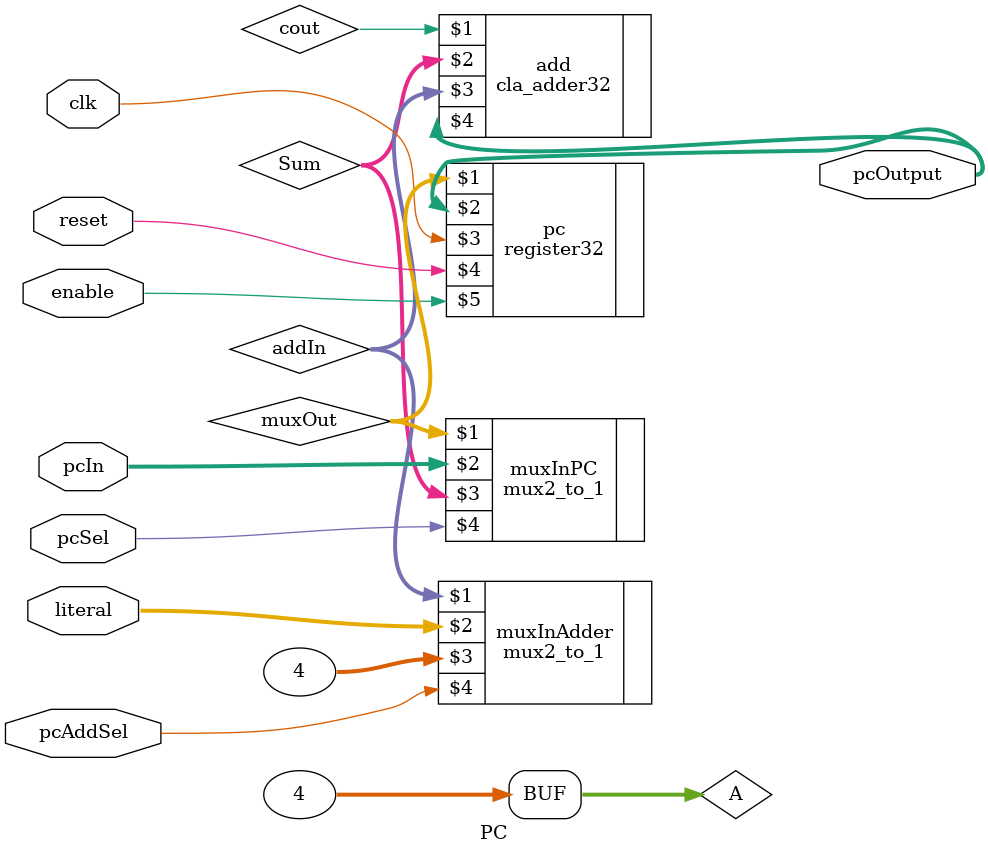
<source format=v>
module PC(pcOutput, pcIn, pcSel, literal, pcAddSel, clk, reset, enable);

parameter WIDTH = 32;

	
	output reg [WIDTH-1:0] pcOutput;
	input clk, reset, enable;
	input [WIDTH-1:0] pcIn;   //Outside input to store in PC
	input pcSel;		 //Selects either into adder value into pc or outside value
	input [WIDTH-1:0] literal; //Sign extended literal to store in pc
	input pcAddSel;			//Chooses to add 4 to PC value or SEXT
	wire cout;
	wire [WIDTH-1:0] A;
	
	wire [WIDTH-1:0] muxOut; //Output from MUX into pc
	wire [WIDTH-1:0] addIn;  //Input to the adder
	
	reg [WIDTH-1:0] Sum;
	

assign A = 32'h4;


mux2_to_1 muxInPC(muxOut, pcIn, Sum, pcSel);  //Choose to load PC externally or Internally

mux2_to_1 muxInAdder(addIn, literal, A, pcAddSel);

register32 pc(muxOut, pcOutput, clk, reset, enable);   //PC

cla_adder32 add(cout, Sum, addIn, pcOutput);  //Adder


		
endmodule
</source>
